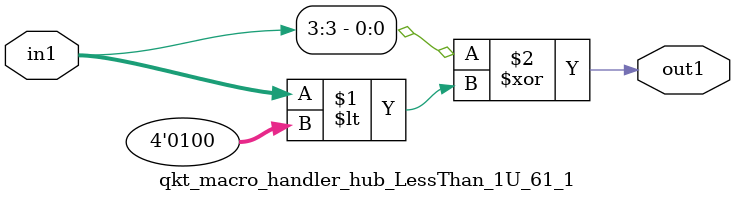
<source format=v>

`timescale 1ps / 1ps


module qkt_macro_handler_hub_LessThan_1U_61_1( in1, out1 );

    input [3:0] in1;
    output out1;

    
    // rtl_process:qkt_macro_handler_hub_LessThan_1U_61_1/qkt_macro_handler_hub_LessThan_1U_61_1_thread_1
    assign out1 = (in1[3] ^ in1 < 4'd04);

endmodule



</source>
